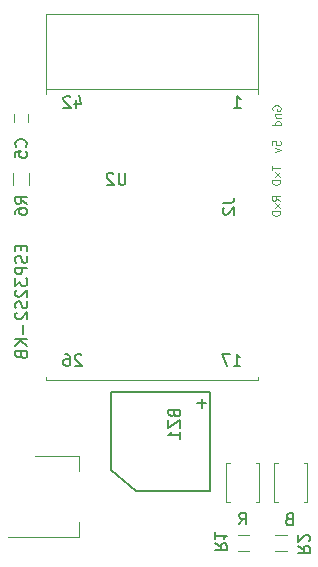
<source format=gbr>
G04 #@! TF.GenerationSoftware,KiCad,Pcbnew,(5.1.7)-1*
G04 #@! TF.CreationDate,2021-10-09T11:46:55+02:00*
G04 #@! TF.ProjectId,20210211_eduino,32303231-3032-4313-915f-656475696e6f,v1.0*
G04 #@! TF.SameCoordinates,Original*
G04 #@! TF.FileFunction,Legend,Bot*
G04 #@! TF.FilePolarity,Positive*
%FSLAX46Y46*%
G04 Gerber Fmt 4.6, Leading zero omitted, Abs format (unit mm)*
G04 Created by KiCad (PCBNEW (5.1.7)-1) date 2021-10-09 11:46:55*
%MOMM*%
%LPD*%
G01*
G04 APERTURE LIST*
%ADD10C,0.050000*%
%ADD11C,0.150000*%
%ADD12C,0.120000*%
G04 APERTURE END LIST*
D10*
X150373600Y-42018800D02*
X150340266Y-41952133D01*
X150340266Y-41852133D01*
X150373600Y-41752133D01*
X150440266Y-41685466D01*
X150506933Y-41652133D01*
X150640266Y-41618800D01*
X150740266Y-41618800D01*
X150873600Y-41652133D01*
X150940266Y-41685466D01*
X151006933Y-41752133D01*
X151040266Y-41852133D01*
X151040266Y-41918800D01*
X151006933Y-42018800D01*
X150973600Y-42052133D01*
X150740266Y-42052133D01*
X150740266Y-41918800D01*
X150573600Y-42352133D02*
X151040266Y-42352133D01*
X150640266Y-42352133D02*
X150606933Y-42385466D01*
X150573600Y-42452133D01*
X150573600Y-42552133D01*
X150606933Y-42618800D01*
X150673600Y-42652133D01*
X151040266Y-42652133D01*
X151040266Y-43285466D02*
X150340266Y-43285466D01*
X151006933Y-43285466D02*
X151040266Y-43218800D01*
X151040266Y-43085466D01*
X151006933Y-43018800D01*
X150973600Y-42985466D01*
X150906933Y-42952133D01*
X150706933Y-42952133D01*
X150640266Y-42985466D01*
X150606933Y-43018800D01*
X150573600Y-43085466D01*
X150573600Y-43218800D01*
X150606933Y-43285466D01*
X150340266Y-44959600D02*
X150340266Y-44626266D01*
X150673600Y-44592933D01*
X150640266Y-44626266D01*
X150606933Y-44692933D01*
X150606933Y-44859600D01*
X150640266Y-44926266D01*
X150673600Y-44959600D01*
X150740266Y-44992933D01*
X150906933Y-44992933D01*
X150973600Y-44959600D01*
X151006933Y-44926266D01*
X151040266Y-44859600D01*
X151040266Y-44692933D01*
X151006933Y-44626266D01*
X150973600Y-44592933D01*
X150573600Y-45226266D02*
X151040266Y-45392933D01*
X150573600Y-45559600D01*
X150289466Y-46715466D02*
X150289466Y-47115466D01*
X150989466Y-46915466D02*
X150289466Y-46915466D01*
X150989466Y-47282133D02*
X150522800Y-47648800D01*
X150522800Y-47282133D02*
X150989466Y-47648800D01*
X150989466Y-47915466D02*
X150289466Y-47915466D01*
X150289466Y-48082133D01*
X150322800Y-48182133D01*
X150389466Y-48248800D01*
X150456133Y-48282133D01*
X150589466Y-48315466D01*
X150689466Y-48315466D01*
X150822800Y-48282133D01*
X150889466Y-48248800D01*
X150956133Y-48182133D01*
X150989466Y-48082133D01*
X150989466Y-47915466D01*
X150989466Y-49672133D02*
X150656133Y-49438800D01*
X150989466Y-49272133D02*
X150289466Y-49272133D01*
X150289466Y-49538800D01*
X150322800Y-49605466D01*
X150356133Y-49638800D01*
X150422800Y-49672133D01*
X150522800Y-49672133D01*
X150589466Y-49638800D01*
X150622800Y-49605466D01*
X150656133Y-49538800D01*
X150656133Y-49272133D01*
X150989466Y-49905466D02*
X150522800Y-50272133D01*
X150522800Y-49905466D02*
X150989466Y-50272133D01*
X150989466Y-50538800D02*
X150289466Y-50538800D01*
X150289466Y-50705466D01*
X150322800Y-50805466D01*
X150389466Y-50872133D01*
X150456133Y-50905466D01*
X150589466Y-50938800D01*
X150689466Y-50938800D01*
X150822800Y-50905466D01*
X150889466Y-50872133D01*
X150956133Y-50805466D01*
X150989466Y-50705466D01*
X150989466Y-50538800D01*
D11*
X129062171Y-53502514D02*
X129062171Y-53835847D01*
X129585980Y-53978704D02*
X129585980Y-53502514D01*
X128585980Y-53502514D01*
X128585980Y-53978704D01*
X129538361Y-54359657D02*
X129585980Y-54502514D01*
X129585980Y-54740609D01*
X129538361Y-54835847D01*
X129490742Y-54883466D01*
X129395504Y-54931085D01*
X129300266Y-54931085D01*
X129205028Y-54883466D01*
X129157409Y-54835847D01*
X129109790Y-54740609D01*
X129062171Y-54550133D01*
X129014552Y-54454895D01*
X128966933Y-54407276D01*
X128871695Y-54359657D01*
X128776457Y-54359657D01*
X128681219Y-54407276D01*
X128633600Y-54454895D01*
X128585980Y-54550133D01*
X128585980Y-54788228D01*
X128633600Y-54931085D01*
X129585980Y-55359657D02*
X128585980Y-55359657D01*
X128585980Y-55740609D01*
X128633600Y-55835847D01*
X128681219Y-55883466D01*
X128776457Y-55931085D01*
X128919314Y-55931085D01*
X129014552Y-55883466D01*
X129062171Y-55835847D01*
X129109790Y-55740609D01*
X129109790Y-55359657D01*
X128585980Y-56264419D02*
X128585980Y-56883466D01*
X128966933Y-56550133D01*
X128966933Y-56692990D01*
X129014552Y-56788228D01*
X129062171Y-56835847D01*
X129157409Y-56883466D01*
X129395504Y-56883466D01*
X129490742Y-56835847D01*
X129538361Y-56788228D01*
X129585980Y-56692990D01*
X129585980Y-56407276D01*
X129538361Y-56312038D01*
X129490742Y-56264419D01*
X128681219Y-57264419D02*
X128633600Y-57312038D01*
X128585980Y-57407276D01*
X128585980Y-57645371D01*
X128633600Y-57740609D01*
X128681219Y-57788228D01*
X128776457Y-57835847D01*
X128871695Y-57835847D01*
X129014552Y-57788228D01*
X129585980Y-57216800D01*
X129585980Y-57835847D01*
X129538361Y-58216800D02*
X129585980Y-58359657D01*
X129585980Y-58597752D01*
X129538361Y-58692990D01*
X129490742Y-58740609D01*
X129395504Y-58788228D01*
X129300266Y-58788228D01*
X129205028Y-58740609D01*
X129157409Y-58692990D01*
X129109790Y-58597752D01*
X129062171Y-58407276D01*
X129014552Y-58312038D01*
X128966933Y-58264419D01*
X128871695Y-58216800D01*
X128776457Y-58216800D01*
X128681219Y-58264419D01*
X128633600Y-58312038D01*
X128585980Y-58407276D01*
X128585980Y-58645371D01*
X128633600Y-58788228D01*
X128681219Y-59169180D02*
X128633600Y-59216800D01*
X128585980Y-59312038D01*
X128585980Y-59550133D01*
X128633600Y-59645371D01*
X128681219Y-59692990D01*
X128776457Y-59740609D01*
X128871695Y-59740609D01*
X129014552Y-59692990D01*
X129585980Y-59121561D01*
X129585980Y-59740609D01*
X129205028Y-60169180D02*
X129205028Y-60931085D01*
X129585980Y-61407276D02*
X128585980Y-61407276D01*
X129585980Y-61978704D02*
X129014552Y-61550133D01*
X128585980Y-61978704D02*
X129157409Y-61407276D01*
X129062171Y-62740609D02*
X129109790Y-62883466D01*
X129157409Y-62931085D01*
X129252647Y-62978704D01*
X129395504Y-62978704D01*
X129490742Y-62931085D01*
X129538361Y-62883466D01*
X129585980Y-62788228D01*
X129585980Y-62407276D01*
X128585980Y-62407276D01*
X128585980Y-62740609D01*
X128633600Y-62835847D01*
X128681219Y-62883466D01*
X128776457Y-62931085D01*
X128871695Y-62931085D01*
X128966933Y-62883466D01*
X129014552Y-62835847D01*
X129062171Y-62740609D01*
X129062171Y-62407276D01*
X151757071Y-76623871D02*
X151614214Y-76671490D01*
X151566595Y-76719109D01*
X151518976Y-76814347D01*
X151518976Y-76957204D01*
X151566595Y-77052442D01*
X151614214Y-77100061D01*
X151709452Y-77147680D01*
X152090404Y-77147680D01*
X152090404Y-76147680D01*
X151757071Y-76147680D01*
X151661833Y-76195300D01*
X151614214Y-76242919D01*
X151566595Y-76338157D01*
X151566595Y-76433395D01*
X151614214Y-76528633D01*
X151661833Y-76576252D01*
X151757071Y-76623871D01*
X152090404Y-76623871D01*
X147518476Y-77084180D02*
X147851809Y-76607990D01*
X148089904Y-77084180D02*
X148089904Y-76084180D01*
X147708952Y-76084180D01*
X147613714Y-76131800D01*
X147566095Y-76179419D01*
X147518476Y-76274657D01*
X147518476Y-76417514D01*
X147566095Y-76512752D01*
X147613714Y-76560371D01*
X147708952Y-76607990D01*
X148089904Y-76607990D01*
D12*
X128432000Y-42322000D02*
X128432000Y-43022000D01*
X129632000Y-43022000D02*
X129632000Y-42322000D01*
X129712000Y-48327500D02*
X129712000Y-47327500D01*
X128352000Y-47327500D02*
X128352000Y-48327500D01*
X150492000Y-75208400D02*
X150792000Y-75208400D01*
X150492000Y-71908400D02*
X150492000Y-75208400D01*
X150792000Y-71908400D02*
X150492000Y-71908400D01*
X153292000Y-75208400D02*
X152992000Y-75208400D01*
X153292000Y-71908400D02*
X153292000Y-75208400D01*
X152992000Y-71908400D02*
X153292000Y-71908400D01*
X148928000Y-71908400D02*
X149228000Y-71908400D01*
X149228000Y-71908400D02*
X149228000Y-75208400D01*
X149228000Y-75208400D02*
X148928000Y-75208400D01*
X146728000Y-71908400D02*
X146428000Y-71908400D01*
X146428000Y-71908400D02*
X146428000Y-75208400D01*
X146428000Y-75208400D02*
X146728000Y-75208400D01*
X149160000Y-33876000D02*
X149160000Y-40626000D01*
X149160000Y-64876000D02*
X131160000Y-64876000D01*
X131160000Y-40626000D02*
X131160000Y-33876000D01*
X131160000Y-33876000D02*
X149160000Y-33876000D01*
X149160000Y-64626000D02*
X149160000Y-64876000D01*
X131160000Y-64626000D02*
X131160000Y-64876000D01*
X131160000Y-40186000D02*
X149160000Y-40206000D01*
X133990000Y-71329500D02*
X133990000Y-72589500D01*
X133990000Y-78149500D02*
X133990000Y-76889500D01*
X130230000Y-71329500D02*
X133990000Y-71329500D01*
X127980000Y-78149500D02*
X133990000Y-78149500D01*
X147391000Y-79369200D02*
X148391000Y-79369200D01*
X148391000Y-78009200D02*
X147391000Y-78009200D01*
X151540000Y-78009200D02*
X150540000Y-78009200D01*
X150540000Y-79369200D02*
X151540000Y-79369200D01*
D11*
X140868000Y-65853200D02*
X145068000Y-65853200D01*
X136668000Y-65853200D02*
X140868000Y-65853200D01*
X145068000Y-65853200D02*
X145068000Y-74253200D01*
X138818000Y-74253200D02*
X136668000Y-72503200D01*
X145068000Y-74253200D02*
X138818000Y-74253200D01*
X136668000Y-65853200D02*
X136668000Y-72503200D01*
X129452642Y-45108833D02*
X129500261Y-45061214D01*
X129547880Y-44918357D01*
X129547880Y-44823119D01*
X129500261Y-44680261D01*
X129405023Y-44585023D01*
X129309785Y-44537404D01*
X129119309Y-44489785D01*
X128976452Y-44489785D01*
X128785976Y-44537404D01*
X128690738Y-44585023D01*
X128595500Y-44680261D01*
X128547880Y-44823119D01*
X128547880Y-44918357D01*
X128595500Y-45061214D01*
X128643119Y-45108833D01*
X128547880Y-46013595D02*
X128547880Y-45537404D01*
X129024071Y-45489785D01*
X128976452Y-45537404D01*
X128928833Y-45632642D01*
X128928833Y-45870738D01*
X128976452Y-45965976D01*
X129024071Y-46013595D01*
X129119309Y-46061214D01*
X129357404Y-46061214D01*
X129452642Y-46013595D01*
X129500261Y-45965976D01*
X129547880Y-45870738D01*
X129547880Y-45632642D01*
X129500261Y-45537404D01*
X129452642Y-45489785D01*
X129547880Y-49934833D02*
X129071690Y-49601500D01*
X129547880Y-49363404D02*
X128547880Y-49363404D01*
X128547880Y-49744357D01*
X128595500Y-49839595D01*
X128643119Y-49887214D01*
X128738357Y-49934833D01*
X128881214Y-49934833D01*
X128976452Y-49887214D01*
X129024071Y-49839595D01*
X129071690Y-49744357D01*
X129071690Y-49363404D01*
X128547880Y-50791976D02*
X128547880Y-50601500D01*
X128595500Y-50506261D01*
X128643119Y-50458642D01*
X128785976Y-50363404D01*
X128976452Y-50315785D01*
X129357404Y-50315785D01*
X129452642Y-50363404D01*
X129500261Y-50411023D01*
X129547880Y-50506261D01*
X129547880Y-50696738D01*
X129500261Y-50791976D01*
X129452642Y-50839595D01*
X129357404Y-50887214D01*
X129119309Y-50887214D01*
X129024071Y-50839595D01*
X128976452Y-50791976D01*
X128928833Y-50696738D01*
X128928833Y-50506261D01*
X128976452Y-50411023D01*
X129024071Y-50363404D01*
X129119309Y-50315785D01*
X137887404Y-47331380D02*
X137887404Y-48140904D01*
X137839785Y-48236142D01*
X137792166Y-48283761D01*
X137696928Y-48331380D01*
X137506452Y-48331380D01*
X137411214Y-48283761D01*
X137363595Y-48236142D01*
X137315976Y-48140904D01*
X137315976Y-47331380D01*
X136887404Y-47426619D02*
X136839785Y-47379000D01*
X136744547Y-47331380D01*
X136506452Y-47331380D01*
X136411214Y-47379000D01*
X136363595Y-47426619D01*
X136315976Y-47521857D01*
X136315976Y-47617095D01*
X136363595Y-47759952D01*
X136935023Y-48331380D01*
X136315976Y-48331380D01*
X147096285Y-41821380D02*
X147667714Y-41821380D01*
X147382000Y-41821380D02*
X147382000Y-40821380D01*
X147477238Y-40964238D01*
X147572476Y-41059476D01*
X147667714Y-41107095D01*
X147064476Y-63665380D02*
X147635904Y-63665380D01*
X147350190Y-63665380D02*
X147350190Y-62665380D01*
X147445428Y-62808238D01*
X147540666Y-62903476D01*
X147635904Y-62951095D01*
X146731142Y-62665380D02*
X146064476Y-62665380D01*
X146493047Y-63665380D01*
X134173904Y-62760619D02*
X134126285Y-62713000D01*
X134031047Y-62665380D01*
X133792952Y-62665380D01*
X133697714Y-62713000D01*
X133650095Y-62760619D01*
X133602476Y-62855857D01*
X133602476Y-62951095D01*
X133650095Y-63093952D01*
X134221523Y-63665380D01*
X133602476Y-63665380D01*
X132745333Y-62665380D02*
X132935809Y-62665380D01*
X133031047Y-62713000D01*
X133078666Y-62760619D01*
X133173904Y-62903476D01*
X133221523Y-63093952D01*
X133221523Y-63474904D01*
X133173904Y-63570142D01*
X133126285Y-63617761D01*
X133031047Y-63665380D01*
X132840571Y-63665380D01*
X132745333Y-63617761D01*
X132697714Y-63570142D01*
X132650095Y-63474904D01*
X132650095Y-63236809D01*
X132697714Y-63141571D01*
X132745333Y-63093952D01*
X132840571Y-63046333D01*
X133031047Y-63046333D01*
X133126285Y-63093952D01*
X133173904Y-63141571D01*
X133221523Y-63236809D01*
X133697714Y-41154714D02*
X133697714Y-41821380D01*
X133935809Y-40773761D02*
X134173904Y-41488047D01*
X133554857Y-41488047D01*
X133221523Y-40916619D02*
X133173904Y-40869000D01*
X133078666Y-40821380D01*
X132840571Y-40821380D01*
X132745333Y-40869000D01*
X132697714Y-40916619D01*
X132650095Y-41011857D01*
X132650095Y-41107095D01*
X132697714Y-41249952D01*
X133269142Y-41821380D01*
X132650095Y-41821380D01*
X146120380Y-49857066D02*
X146834666Y-49857066D01*
X146977523Y-49809447D01*
X147072761Y-49714209D01*
X147120380Y-49571352D01*
X147120380Y-49476114D01*
X146215619Y-50285638D02*
X146168000Y-50333257D01*
X146120380Y-50428495D01*
X146120380Y-50666590D01*
X146168000Y-50761828D01*
X146215619Y-50809447D01*
X146310857Y-50857066D01*
X146406095Y-50857066D01*
X146548952Y-50809447D01*
X147120380Y-50238019D01*
X147120380Y-50857066D01*
X145496219Y-78703466D02*
X145972409Y-79036800D01*
X145496219Y-79274895D02*
X146496219Y-79274895D01*
X146496219Y-78893942D01*
X146448600Y-78798704D01*
X146400980Y-78751085D01*
X146305742Y-78703466D01*
X146162885Y-78703466D01*
X146067647Y-78751085D01*
X146020028Y-78798704D01*
X145972409Y-78893942D01*
X145972409Y-79274895D01*
X145496219Y-77751085D02*
X145496219Y-78322514D01*
X145496219Y-78036800D02*
X146496219Y-78036800D01*
X146353361Y-78132038D01*
X146258123Y-78227276D01*
X146210504Y-78322514D01*
X152506019Y-78906666D02*
X152982209Y-79240000D01*
X152506019Y-79478095D02*
X153506019Y-79478095D01*
X153506019Y-79097142D01*
X153458400Y-79001904D01*
X153410780Y-78954285D01*
X153315542Y-78906666D01*
X153172685Y-78906666D01*
X153077447Y-78954285D01*
X153029828Y-79001904D01*
X152982209Y-79097142D01*
X152982209Y-79478095D01*
X153410780Y-78525714D02*
X153458400Y-78478095D01*
X153506019Y-78382857D01*
X153506019Y-78144761D01*
X153458400Y-78049523D01*
X153410780Y-78001904D01*
X153315542Y-77954285D01*
X153220304Y-77954285D01*
X153077447Y-78001904D01*
X152506019Y-78573333D01*
X152506019Y-77954285D01*
X142015771Y-67699047D02*
X142063390Y-67841904D01*
X142111009Y-67889523D01*
X142206247Y-67937142D01*
X142349104Y-67937142D01*
X142444342Y-67889523D01*
X142491961Y-67841904D01*
X142539580Y-67746666D01*
X142539580Y-67365714D01*
X141539580Y-67365714D01*
X141539580Y-67699047D01*
X141587200Y-67794285D01*
X141634819Y-67841904D01*
X141730057Y-67889523D01*
X141825295Y-67889523D01*
X141920533Y-67841904D01*
X141968152Y-67794285D01*
X142015771Y-67699047D01*
X142015771Y-67365714D01*
X141539580Y-68270476D02*
X141539580Y-68937142D01*
X142539580Y-68270476D01*
X142539580Y-68937142D01*
X142539580Y-69841904D02*
X142539580Y-69270476D01*
X142539580Y-69556190D02*
X141539580Y-69556190D01*
X141682438Y-69460952D01*
X141777676Y-69365714D01*
X141825295Y-69270476D01*
X144339428Y-66472247D02*
X144339428Y-67234152D01*
X144720380Y-66853200D02*
X143958476Y-66853200D01*
M02*

</source>
